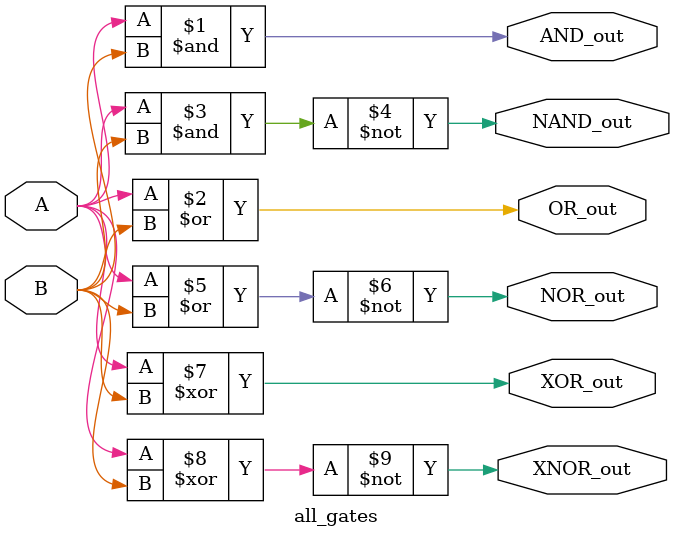
<source format=v>
module all_gates (
    input A, input B,
    output AND_out, OR_out, NAND_out,
    output NOR_out, XOR_out, XNOR_out
);
    assign AND_out  = A & B;
    assign OR_out   = A | B;
    assign NAND_out = ~(A & B);
    assign NOR_out  = ~(A | B);
    assign XOR_out  = A ^ B;
    assign XNOR_out = ~(A ^ B);
endmodule
</source>
